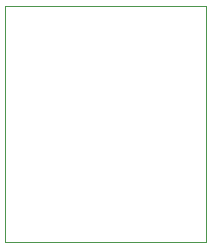
<source format=gm1>
%TF.GenerationSoftware,KiCad,Pcbnew,8.0.4*%
%TF.CreationDate,2025-01-06T14:25:05+00:00*%
%TF.ProjectId,tssop_14_breakout,7473736f-705f-4313-945f-627265616b6f,rev?*%
%TF.SameCoordinates,Original*%
%TF.FileFunction,Profile,NP*%
%FSLAX46Y46*%
G04 Gerber Fmt 4.6, Leading zero omitted, Abs format (unit mm)*
G04 Created by KiCad (PCBNEW 8.0.4) date 2025-01-06 14:25:05*
%MOMM*%
%LPD*%
G01*
G04 APERTURE LIST*
%TA.AperFunction,Profile*%
%ADD10C,0.050000*%
%TD*%
G04 APERTURE END LIST*
D10*
X50000000Y-50000000D02*
X67000000Y-50000000D01*
X67000000Y-70000000D01*
X50000000Y-70000000D01*
X50000000Y-50000000D01*
M02*

</source>
